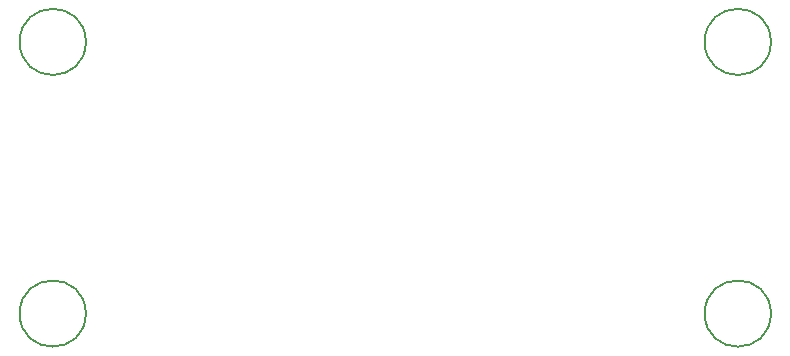
<source format=gbr>
G04 #@! TF.GenerationSoftware,KiCad,Pcbnew,6.0.6-3a73a75311~116~ubuntu22.04.1*
G04 #@! TF.CreationDate,2022-07-02T17:23:15+01:00*
G04 #@! TF.ProjectId,Pi_Connector,50695f43-6f6e-46e6-9563-746f722e6b69,rev?*
G04 #@! TF.SameCoordinates,Original*
G04 #@! TF.FileFunction,Other,Comment*
%FSLAX46Y46*%
G04 Gerber Fmt 4.6, Leading zero omitted, Abs format (unit mm)*
G04 Created by KiCad (PCBNEW 6.0.6-3a73a75311~116~ubuntu22.04.1) date 2022-07-02 17:23:15*
%MOMM*%
%LPD*%
G01*
G04 APERTURE LIST*
%ADD10C,0.150000*%
G04 APERTURE END LIST*
D10*
G04 #@! TO.C,REF\u002A\u002A*
X110800000Y-73000000D02*
G75*
G03*
X110800000Y-73000000I-2800000J0D01*
G01*
X110800000Y-50000000D02*
G75*
G03*
X110800000Y-50000000I-2800000J0D01*
G01*
X52800000Y-73000000D02*
G75*
G03*
X52800000Y-73000000I-2800000J0D01*
G01*
X52800000Y-50000000D02*
G75*
G03*
X52800000Y-50000000I-2800000J0D01*
G01*
G04 #@! TD*
M02*

</source>
